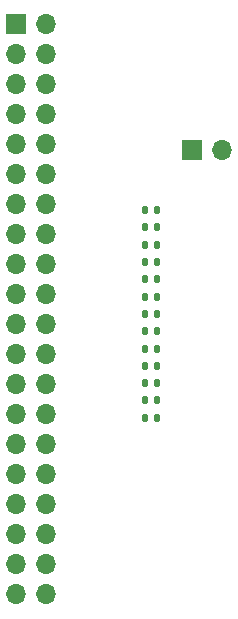
<source format=gbr>
%TF.GenerationSoftware,KiCad,Pcbnew,(6.0.9)*%
%TF.CreationDate,2022-12-03T22:35:23+08:00*%
%TF.ProjectId,Sitronix_2.1''_480x480,53697472-6f6e-4697-985f-322e3127275f,rev?*%
%TF.SameCoordinates,Original*%
%TF.FileFunction,Soldermask,Bot*%
%TF.FilePolarity,Negative*%
%FSLAX46Y46*%
G04 Gerber Fmt 4.6, Leading zero omitted, Abs format (unit mm)*
G04 Created by KiCad (PCBNEW (6.0.9)) date 2022-12-03 22:35:23*
%MOMM*%
%LPD*%
G01*
G04 APERTURE LIST*
G04 Aperture macros list*
%AMRoundRect*
0 Rectangle with rounded corners*
0 $1 Rounding radius*
0 $2 $3 $4 $5 $6 $7 $8 $9 X,Y pos of 4 corners*
0 Add a 4 corners polygon primitive as box body*
4,1,4,$2,$3,$4,$5,$6,$7,$8,$9,$2,$3,0*
0 Add four circle primitives for the rounded corners*
1,1,$1+$1,$2,$3*
1,1,$1+$1,$4,$5*
1,1,$1+$1,$6,$7*
1,1,$1+$1,$8,$9*
0 Add four rect primitives between the rounded corners*
20,1,$1+$1,$2,$3,$4,$5,0*
20,1,$1+$1,$4,$5,$6,$7,0*
20,1,$1+$1,$6,$7,$8,$9,0*
20,1,$1+$1,$8,$9,$2,$3,0*%
G04 Aperture macros list end*
%ADD10R,1.700000X1.700000*%
%ADD11O,1.700000X1.700000*%
%ADD12RoundRect,0.135000X-0.135000X-0.185000X0.135000X-0.185000X0.135000X0.185000X-0.135000X0.185000X0*%
%ADD13RoundRect,0.135000X0.135000X0.185000X-0.135000X0.185000X-0.135000X-0.185000X0.135000X-0.185000X0*%
G04 APERTURE END LIST*
D10*
%TO.C,J1*%
X126339600Y-69494400D03*
D11*
X128879600Y-69494400D03*
X126339600Y-72034400D03*
X128879600Y-72034400D03*
X126339600Y-74574400D03*
X128879600Y-74574400D03*
X126339600Y-77114400D03*
X128879600Y-77114400D03*
X126339600Y-79654400D03*
X128879600Y-79654400D03*
X126339600Y-82194400D03*
X128879600Y-82194400D03*
X126339600Y-84734400D03*
X128879600Y-84734400D03*
X126339600Y-87274400D03*
X128879600Y-87274400D03*
X126339600Y-89814400D03*
X128879600Y-89814400D03*
X126339600Y-92354400D03*
X128879600Y-92354400D03*
X126339600Y-94894400D03*
X128879600Y-94894400D03*
X126339600Y-97434400D03*
X128879600Y-97434400D03*
X126339600Y-99974400D03*
X128879600Y-99974400D03*
X126339600Y-102514400D03*
X128879600Y-102514400D03*
X126339600Y-105054400D03*
X128879600Y-105054400D03*
X126339600Y-107594400D03*
X128879600Y-107594400D03*
X126339600Y-110134400D03*
X128879600Y-110134400D03*
X126339600Y-112674400D03*
X128879600Y-112674400D03*
X126339600Y-115214400D03*
X128879600Y-115214400D03*
X126339600Y-117754400D03*
X128879600Y-117754400D03*
%TD*%
D10*
%TO.C,J2*%
X141292700Y-80111600D03*
D11*
X143832700Y-80111600D03*
%TD*%
D12*
%TO.C,RB7*%
X137277500Y-95487066D03*
X138297500Y-95487066D03*
%TD*%
D13*
%TO.C,RB2*%
X138295500Y-86698668D03*
X137275500Y-86698668D03*
%TD*%
%TO.C,RB1*%
X138295500Y-85233935D03*
X137275500Y-85233935D03*
%TD*%
%TO.C,RB9*%
X138295500Y-98416532D03*
X137275500Y-98416532D03*
%TD*%
%TO.C,RB5*%
X138295500Y-91092867D03*
X137275500Y-91092867D03*
%TD*%
%TO.C,RB12*%
X138295500Y-102810735D03*
X137275500Y-102810735D03*
%TD*%
%TO.C,RB4*%
X138295500Y-89628134D03*
X137275500Y-89628134D03*
%TD*%
%TO.C,RB8*%
X138295500Y-96951799D03*
X137275500Y-96951799D03*
%TD*%
%TO.C,RB6*%
X138295500Y-94022333D03*
X137275500Y-94022333D03*
%TD*%
%TO.C,RA5*%
X138295500Y-92557600D03*
X137275500Y-92557600D03*
%TD*%
%TO.C,RB11*%
X138295500Y-101345998D03*
X137275500Y-101345998D03*
%TD*%
%TO.C,RB10*%
X138295500Y-99881265D03*
X137275500Y-99881265D03*
%TD*%
%TO.C,RB3*%
X138295500Y-88163401D03*
X137275500Y-88163401D03*
%TD*%
M02*

</source>
